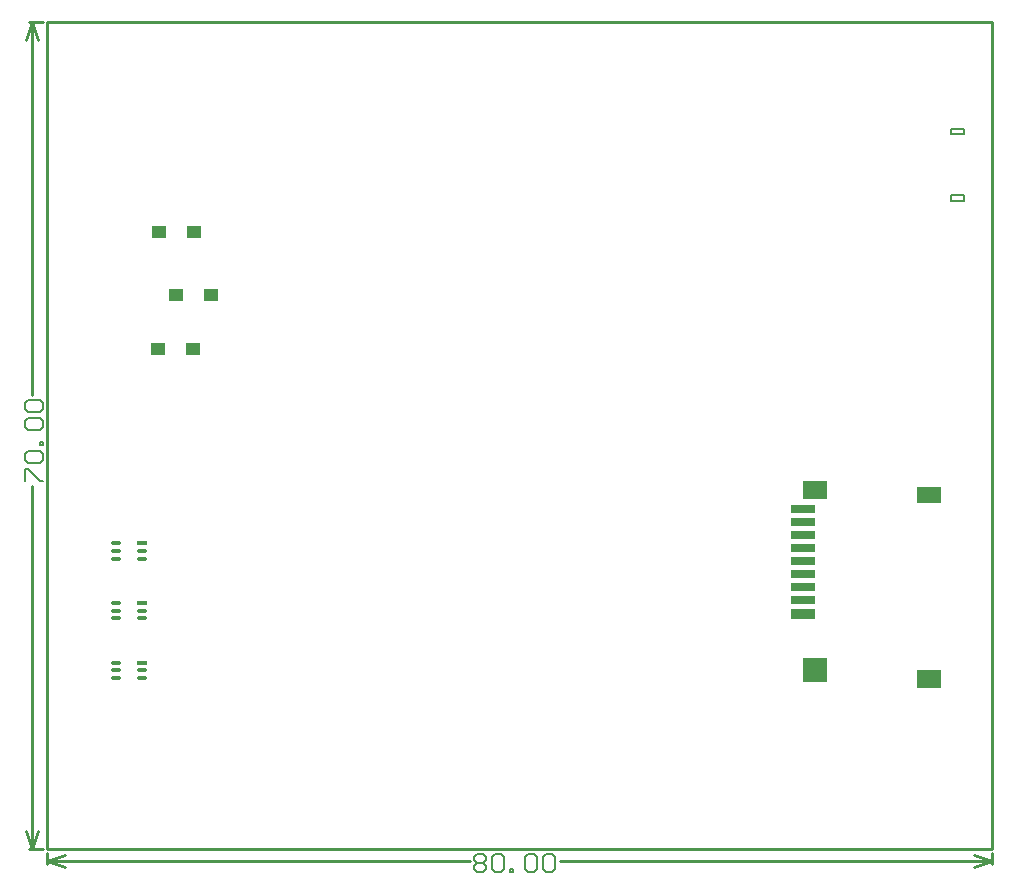
<source format=gbp>
G04*
G04 #@! TF.GenerationSoftware,Altium Limited,Altium Designer,18.1.9 (240)*
G04*
G04 Layer_Color=128*
%FSLAX24Y24*%
%MOIN*%
G70*
G01*
G75*
%ADD14C,0.0100*%
%ADD16C,0.0060*%
%ADD19C,0.0050*%
%ADD27O,0.0335X0.0138*%
%ADD28R,0.0335X0.0138*%
%ADD33R,0.0787X0.0787*%
%ADD100R,0.0492X0.0394*%
%ADD101R,0.0787X0.0551*%
%ADD102R,0.0787X0.0591*%
%ADD103R,0.0787X0.0591*%
%ADD104R,0.0787X0.0315*%
%ADD105R,0.0787X0.0335*%
D14*
X31496Y0D02*
Y27559D01*
X0D02*
X31496D01*
X0Y0D02*
X31496D01*
X0D02*
Y27559D01*
X-700Y600D02*
X-500Y0D01*
X-300Y600D01*
X-500Y27559D02*
X-300Y26959D01*
X-700D02*
X-500Y27559D01*
Y0D02*
Y12110D01*
Y15129D02*
Y27559D01*
X-600Y0D02*
X-150D01*
X-600Y27559D02*
X-150D01*
X0Y-400D02*
X600Y-200D01*
X0Y-400D02*
X600Y-600D01*
X30896D02*
X31496Y-400D01*
X30896Y-200D02*
X31496Y-400D01*
X0D02*
X14078D01*
X17098D02*
X31496D01*
X0Y-500D02*
Y-150D01*
X31496Y-500D02*
Y-150D01*
D16*
X-740Y12270D02*
Y12670D01*
X-640D01*
X-240Y12270D01*
X-140D01*
X-640Y12870D02*
X-740Y12970D01*
Y13170D01*
X-640Y13270D01*
X-240D01*
X-140Y13170D01*
Y12970D01*
X-240Y12870D01*
X-640D01*
X-140Y13470D02*
X-240D01*
Y13570D01*
X-140D01*
Y13470D01*
X-640Y13969D02*
X-740Y14069D01*
Y14269D01*
X-640Y14369D01*
X-240D01*
X-140Y14269D01*
Y14069D01*
X-240Y13969D01*
X-640D01*
Y14569D02*
X-740Y14669D01*
Y14869D01*
X-640Y14969D01*
X-240D01*
X-140Y14869D01*
Y14669D01*
X-240Y14569D01*
X-640D01*
X14238Y-260D02*
X14338Y-160D01*
X14538D01*
X14638Y-260D01*
Y-360D01*
X14538Y-460D01*
X14638Y-560D01*
Y-660D01*
X14538Y-760D01*
X14338D01*
X14238Y-660D01*
Y-560D01*
X14338Y-460D01*
X14238Y-360D01*
Y-260D01*
X14338Y-460D02*
X14538D01*
X14838Y-260D02*
X14938Y-160D01*
X15138D01*
X15238Y-260D01*
Y-660D01*
X15138Y-760D01*
X14938D01*
X14838Y-660D01*
Y-260D01*
X15438Y-760D02*
Y-660D01*
X15538D01*
Y-760D01*
X15438D01*
X15938Y-260D02*
X16038Y-160D01*
X16238D01*
X16338Y-260D01*
Y-660D01*
X16238Y-760D01*
X16038D01*
X15938Y-660D01*
Y-260D01*
X16538D02*
X16638Y-160D01*
X16838D01*
X16938Y-260D01*
Y-660D01*
X16838Y-760D01*
X16638D01*
X16538Y-660D01*
Y-260D01*
D19*
X30564Y23834D02*
Y24014D01*
X30124Y23834D02*
Y24014D01*
Y23834D02*
X30564D01*
X30124Y24014D02*
X30564D01*
Y21610D02*
Y21790D01*
X30124Y21610D02*
Y21790D01*
Y21610D02*
X30564D01*
X30124Y21790D02*
X30564D01*
D27*
X3166Y5950D02*
D03*
Y5694D02*
D03*
X2300Y6206D02*
D03*
Y5950D02*
D03*
Y5694D02*
D03*
X3166Y7941D02*
D03*
Y7685D02*
D03*
X2300Y8197D02*
D03*
Y7941D02*
D03*
Y7685D02*
D03*
X3166Y9931D02*
D03*
Y9676D02*
D03*
X2300Y10187D02*
D03*
Y9931D02*
D03*
Y9676D02*
D03*
D28*
X3166Y6206D02*
D03*
Y8197D02*
D03*
Y10187D02*
D03*
D33*
X25594Y5958D02*
D03*
D100*
X4881Y20550D02*
D03*
X3719D02*
D03*
X5450Y18450D02*
D03*
X4289D02*
D03*
X3689Y16650D02*
D03*
X4850D02*
D03*
D101*
X29373Y11785D02*
D03*
D102*
Y5683D02*
D03*
D103*
X25594Y11962D02*
D03*
D104*
X25200Y10466D02*
D03*
Y10033D02*
D03*
X25200Y9167D02*
D03*
X25200Y8301D02*
D03*
X25200Y11332D02*
D03*
X25200Y10899D02*
D03*
X25200Y8734D02*
D03*
X25200Y9600D02*
D03*
D105*
X25200Y7848D02*
D03*
M02*

</source>
